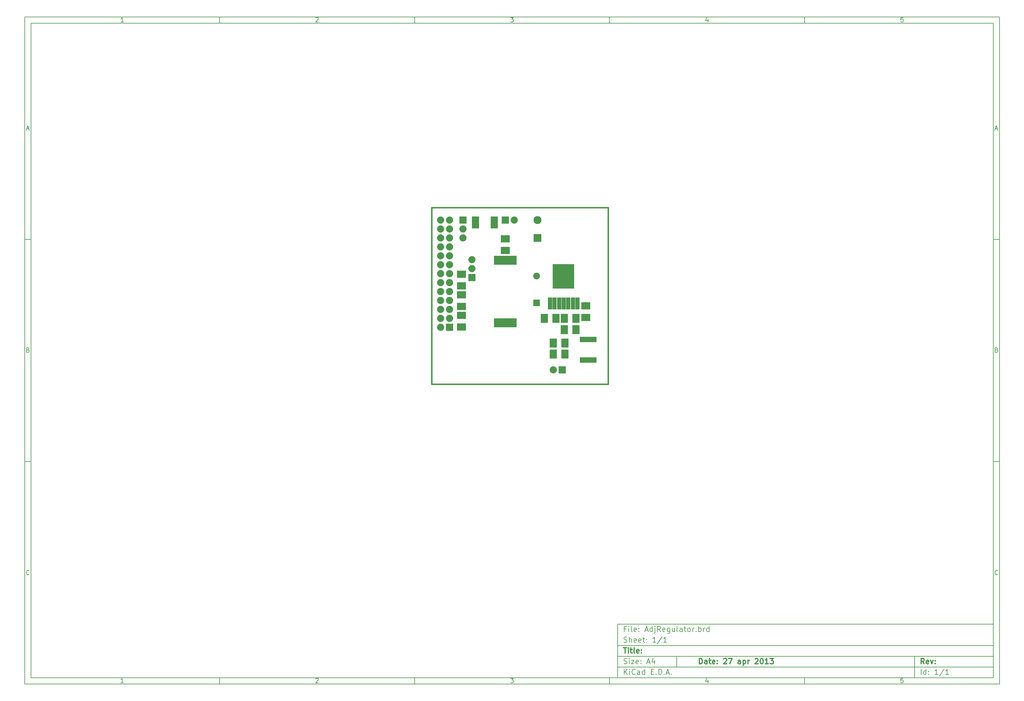
<source format=gts>
G04 (created by PCBNEW-RS274X (2012-apr-16-27)-stable) date Sat 27 Apr 2013 17:01:59 BST*
G01*
G70*
G90*
%MOIN*%
G04 Gerber Fmt 3.4, Leading zero omitted, Abs format*
%FSLAX34Y34*%
G04 APERTURE LIST*
%ADD10C,0.006000*%
%ADD11C,0.012000*%
%ADD12C,0.015000*%
%ADD13R,0.256200X0.098700*%
%ADD14R,0.049500X0.138100*%
%ADD15R,0.240500X0.272000*%
%ADD16R,0.080000X0.100000*%
%ADD17R,0.100000X0.080000*%
%ADD18R,0.080000X0.080000*%
%ADD19C,0.080000*%
%ADD20R,0.090000X0.090000*%
%ADD21C,0.090000*%
%ADD22R,0.075000X0.075000*%
%ADD23C,0.075000*%
%ADD24R,0.032000X0.059000*%
%ADD25R,0.079000X0.037700*%
G04 APERTURE END LIST*
G54D10*
X04000Y-04000D02*
X113000Y-04000D01*
X113000Y-78670D01*
X04000Y-78670D01*
X04000Y-04000D01*
X04700Y-04700D02*
X112300Y-04700D01*
X112300Y-77970D01*
X04700Y-77970D01*
X04700Y-04700D01*
X25800Y-04000D02*
X25800Y-04700D01*
X15043Y-04552D02*
X14757Y-04552D01*
X14900Y-04552D02*
X14900Y-04052D01*
X14852Y-04124D01*
X14805Y-04171D01*
X14757Y-04195D01*
X25800Y-78670D02*
X25800Y-77970D01*
X15043Y-78522D02*
X14757Y-78522D01*
X14900Y-78522D02*
X14900Y-78022D01*
X14852Y-78094D01*
X14805Y-78141D01*
X14757Y-78165D01*
X47600Y-04000D02*
X47600Y-04700D01*
X36557Y-04100D02*
X36581Y-04076D01*
X36629Y-04052D01*
X36748Y-04052D01*
X36795Y-04076D01*
X36819Y-04100D01*
X36843Y-04148D01*
X36843Y-04195D01*
X36819Y-04267D01*
X36533Y-04552D01*
X36843Y-04552D01*
X47600Y-78670D02*
X47600Y-77970D01*
X36557Y-78070D02*
X36581Y-78046D01*
X36629Y-78022D01*
X36748Y-78022D01*
X36795Y-78046D01*
X36819Y-78070D01*
X36843Y-78118D01*
X36843Y-78165D01*
X36819Y-78237D01*
X36533Y-78522D01*
X36843Y-78522D01*
X69400Y-04000D02*
X69400Y-04700D01*
X58333Y-04052D02*
X58643Y-04052D01*
X58476Y-04243D01*
X58548Y-04243D01*
X58595Y-04267D01*
X58619Y-04290D01*
X58643Y-04338D01*
X58643Y-04457D01*
X58619Y-04505D01*
X58595Y-04529D01*
X58548Y-04552D01*
X58405Y-04552D01*
X58357Y-04529D01*
X58333Y-04505D01*
X69400Y-78670D02*
X69400Y-77970D01*
X58333Y-78022D02*
X58643Y-78022D01*
X58476Y-78213D01*
X58548Y-78213D01*
X58595Y-78237D01*
X58619Y-78260D01*
X58643Y-78308D01*
X58643Y-78427D01*
X58619Y-78475D01*
X58595Y-78499D01*
X58548Y-78522D01*
X58405Y-78522D01*
X58357Y-78499D01*
X58333Y-78475D01*
X91200Y-04000D02*
X91200Y-04700D01*
X80395Y-04219D02*
X80395Y-04552D01*
X80276Y-04029D02*
X80157Y-04386D01*
X80467Y-04386D01*
X91200Y-78670D02*
X91200Y-77970D01*
X80395Y-78189D02*
X80395Y-78522D01*
X80276Y-77999D02*
X80157Y-78356D01*
X80467Y-78356D01*
X102219Y-04052D02*
X101981Y-04052D01*
X101957Y-04290D01*
X101981Y-04267D01*
X102029Y-04243D01*
X102148Y-04243D01*
X102195Y-04267D01*
X102219Y-04290D01*
X102243Y-04338D01*
X102243Y-04457D01*
X102219Y-04505D01*
X102195Y-04529D01*
X102148Y-04552D01*
X102029Y-04552D01*
X101981Y-04529D01*
X101957Y-04505D01*
X102219Y-78022D02*
X101981Y-78022D01*
X101957Y-78260D01*
X101981Y-78237D01*
X102029Y-78213D01*
X102148Y-78213D01*
X102195Y-78237D01*
X102219Y-78260D01*
X102243Y-78308D01*
X102243Y-78427D01*
X102219Y-78475D01*
X102195Y-78499D01*
X102148Y-78522D01*
X102029Y-78522D01*
X101981Y-78499D01*
X101957Y-78475D01*
X04000Y-28890D02*
X04700Y-28890D01*
X04231Y-16510D02*
X04469Y-16510D01*
X04184Y-16652D02*
X04350Y-16152D01*
X04517Y-16652D01*
X113000Y-28890D02*
X112300Y-28890D01*
X112531Y-16510D02*
X112769Y-16510D01*
X112484Y-16652D02*
X112650Y-16152D01*
X112817Y-16652D01*
X04000Y-53780D02*
X04700Y-53780D01*
X04386Y-41280D02*
X04457Y-41304D01*
X04481Y-41328D01*
X04505Y-41376D01*
X04505Y-41447D01*
X04481Y-41495D01*
X04457Y-41519D01*
X04410Y-41542D01*
X04219Y-41542D01*
X04219Y-41042D01*
X04386Y-41042D01*
X04433Y-41066D01*
X04457Y-41090D01*
X04481Y-41138D01*
X04481Y-41185D01*
X04457Y-41233D01*
X04433Y-41257D01*
X04386Y-41280D01*
X04219Y-41280D01*
X113000Y-53780D02*
X112300Y-53780D01*
X112686Y-41280D02*
X112757Y-41304D01*
X112781Y-41328D01*
X112805Y-41376D01*
X112805Y-41447D01*
X112781Y-41495D01*
X112757Y-41519D01*
X112710Y-41542D01*
X112519Y-41542D01*
X112519Y-41042D01*
X112686Y-41042D01*
X112733Y-41066D01*
X112757Y-41090D01*
X112781Y-41138D01*
X112781Y-41185D01*
X112757Y-41233D01*
X112733Y-41257D01*
X112686Y-41280D01*
X112519Y-41280D01*
X04505Y-66385D02*
X04481Y-66409D01*
X04410Y-66432D01*
X04362Y-66432D01*
X04290Y-66409D01*
X04243Y-66361D01*
X04219Y-66313D01*
X04195Y-66218D01*
X04195Y-66147D01*
X04219Y-66051D01*
X04243Y-66004D01*
X04290Y-65956D01*
X04362Y-65932D01*
X04410Y-65932D01*
X04481Y-65956D01*
X04505Y-65980D01*
X112805Y-66385D02*
X112781Y-66409D01*
X112710Y-66432D01*
X112662Y-66432D01*
X112590Y-66409D01*
X112543Y-66361D01*
X112519Y-66313D01*
X112495Y-66218D01*
X112495Y-66147D01*
X112519Y-66051D01*
X112543Y-66004D01*
X112590Y-65956D01*
X112662Y-65932D01*
X112710Y-65932D01*
X112781Y-65956D01*
X112805Y-65980D01*
G54D11*
X79443Y-76413D02*
X79443Y-75813D01*
X79586Y-75813D01*
X79671Y-75841D01*
X79729Y-75899D01*
X79757Y-75956D01*
X79786Y-76070D01*
X79786Y-76156D01*
X79757Y-76270D01*
X79729Y-76327D01*
X79671Y-76384D01*
X79586Y-76413D01*
X79443Y-76413D01*
X80300Y-76413D02*
X80300Y-76099D01*
X80271Y-76041D01*
X80214Y-76013D01*
X80100Y-76013D01*
X80043Y-76041D01*
X80300Y-76384D02*
X80243Y-76413D01*
X80100Y-76413D01*
X80043Y-76384D01*
X80014Y-76327D01*
X80014Y-76270D01*
X80043Y-76213D01*
X80100Y-76184D01*
X80243Y-76184D01*
X80300Y-76156D01*
X80500Y-76013D02*
X80729Y-76013D01*
X80586Y-75813D02*
X80586Y-76327D01*
X80614Y-76384D01*
X80672Y-76413D01*
X80729Y-76413D01*
X81157Y-76384D02*
X81100Y-76413D01*
X80986Y-76413D01*
X80929Y-76384D01*
X80900Y-76327D01*
X80900Y-76099D01*
X80929Y-76041D01*
X80986Y-76013D01*
X81100Y-76013D01*
X81157Y-76041D01*
X81186Y-76099D01*
X81186Y-76156D01*
X80900Y-76213D01*
X81443Y-76356D02*
X81471Y-76384D01*
X81443Y-76413D01*
X81414Y-76384D01*
X81443Y-76356D01*
X81443Y-76413D01*
X81443Y-76041D02*
X81471Y-76070D01*
X81443Y-76099D01*
X81414Y-76070D01*
X81443Y-76041D01*
X81443Y-76099D01*
X82157Y-75870D02*
X82186Y-75841D01*
X82243Y-75813D01*
X82386Y-75813D01*
X82443Y-75841D01*
X82472Y-75870D01*
X82500Y-75927D01*
X82500Y-75984D01*
X82472Y-76070D01*
X82129Y-76413D01*
X82500Y-76413D01*
X82700Y-75813D02*
X83100Y-75813D01*
X82843Y-76413D01*
X84042Y-76413D02*
X84042Y-76099D01*
X84013Y-76041D01*
X83956Y-76013D01*
X83842Y-76013D01*
X83785Y-76041D01*
X84042Y-76384D02*
X83985Y-76413D01*
X83842Y-76413D01*
X83785Y-76384D01*
X83756Y-76327D01*
X83756Y-76270D01*
X83785Y-76213D01*
X83842Y-76184D01*
X83985Y-76184D01*
X84042Y-76156D01*
X84328Y-76013D02*
X84328Y-76613D01*
X84328Y-76041D02*
X84385Y-76013D01*
X84499Y-76013D01*
X84556Y-76041D01*
X84585Y-76070D01*
X84614Y-76127D01*
X84614Y-76299D01*
X84585Y-76356D01*
X84556Y-76384D01*
X84499Y-76413D01*
X84385Y-76413D01*
X84328Y-76384D01*
X84871Y-76413D02*
X84871Y-76013D01*
X84871Y-76127D02*
X84899Y-76070D01*
X84928Y-76041D01*
X84985Y-76013D01*
X85042Y-76013D01*
X85670Y-75870D02*
X85699Y-75841D01*
X85756Y-75813D01*
X85899Y-75813D01*
X85956Y-75841D01*
X85985Y-75870D01*
X86013Y-75927D01*
X86013Y-75984D01*
X85985Y-76070D01*
X85642Y-76413D01*
X86013Y-76413D01*
X86384Y-75813D02*
X86441Y-75813D01*
X86498Y-75841D01*
X86527Y-75870D01*
X86556Y-75927D01*
X86584Y-76041D01*
X86584Y-76184D01*
X86556Y-76299D01*
X86527Y-76356D01*
X86498Y-76384D01*
X86441Y-76413D01*
X86384Y-76413D01*
X86327Y-76384D01*
X86298Y-76356D01*
X86270Y-76299D01*
X86241Y-76184D01*
X86241Y-76041D01*
X86270Y-75927D01*
X86298Y-75870D01*
X86327Y-75841D01*
X86384Y-75813D01*
X87155Y-76413D02*
X86812Y-76413D01*
X86984Y-76413D02*
X86984Y-75813D01*
X86927Y-75899D01*
X86869Y-75956D01*
X86812Y-75984D01*
X87355Y-75813D02*
X87726Y-75813D01*
X87526Y-76041D01*
X87612Y-76041D01*
X87669Y-76070D01*
X87698Y-76099D01*
X87726Y-76156D01*
X87726Y-76299D01*
X87698Y-76356D01*
X87669Y-76384D01*
X87612Y-76413D01*
X87440Y-76413D01*
X87383Y-76384D01*
X87355Y-76356D01*
G54D10*
X71043Y-77613D02*
X71043Y-77013D01*
X71386Y-77613D02*
X71129Y-77270D01*
X71386Y-77013D02*
X71043Y-77356D01*
X71643Y-77613D02*
X71643Y-77213D01*
X71643Y-77013D02*
X71614Y-77041D01*
X71643Y-77070D01*
X71671Y-77041D01*
X71643Y-77013D01*
X71643Y-77070D01*
X72272Y-77556D02*
X72243Y-77584D01*
X72157Y-77613D01*
X72100Y-77613D01*
X72015Y-77584D01*
X71957Y-77527D01*
X71929Y-77470D01*
X71900Y-77356D01*
X71900Y-77270D01*
X71929Y-77156D01*
X71957Y-77099D01*
X72015Y-77041D01*
X72100Y-77013D01*
X72157Y-77013D01*
X72243Y-77041D01*
X72272Y-77070D01*
X72786Y-77613D02*
X72786Y-77299D01*
X72757Y-77241D01*
X72700Y-77213D01*
X72586Y-77213D01*
X72529Y-77241D01*
X72786Y-77584D02*
X72729Y-77613D01*
X72586Y-77613D01*
X72529Y-77584D01*
X72500Y-77527D01*
X72500Y-77470D01*
X72529Y-77413D01*
X72586Y-77384D01*
X72729Y-77384D01*
X72786Y-77356D01*
X73329Y-77613D02*
X73329Y-77013D01*
X73329Y-77584D02*
X73272Y-77613D01*
X73158Y-77613D01*
X73100Y-77584D01*
X73072Y-77556D01*
X73043Y-77499D01*
X73043Y-77327D01*
X73072Y-77270D01*
X73100Y-77241D01*
X73158Y-77213D01*
X73272Y-77213D01*
X73329Y-77241D01*
X74072Y-77299D02*
X74272Y-77299D01*
X74358Y-77613D02*
X74072Y-77613D01*
X74072Y-77013D01*
X74358Y-77013D01*
X74615Y-77556D02*
X74643Y-77584D01*
X74615Y-77613D01*
X74586Y-77584D01*
X74615Y-77556D01*
X74615Y-77613D01*
X74901Y-77613D02*
X74901Y-77013D01*
X75044Y-77013D01*
X75129Y-77041D01*
X75187Y-77099D01*
X75215Y-77156D01*
X75244Y-77270D01*
X75244Y-77356D01*
X75215Y-77470D01*
X75187Y-77527D01*
X75129Y-77584D01*
X75044Y-77613D01*
X74901Y-77613D01*
X75501Y-77556D02*
X75529Y-77584D01*
X75501Y-77613D01*
X75472Y-77584D01*
X75501Y-77556D01*
X75501Y-77613D01*
X75758Y-77441D02*
X76044Y-77441D01*
X75701Y-77613D02*
X75901Y-77013D01*
X76101Y-77613D01*
X76301Y-77556D02*
X76329Y-77584D01*
X76301Y-77613D01*
X76272Y-77584D01*
X76301Y-77556D01*
X76301Y-77613D01*
G54D11*
X104586Y-76413D02*
X104386Y-76127D01*
X104243Y-76413D02*
X104243Y-75813D01*
X104471Y-75813D01*
X104529Y-75841D01*
X104557Y-75870D01*
X104586Y-75927D01*
X104586Y-76013D01*
X104557Y-76070D01*
X104529Y-76099D01*
X104471Y-76127D01*
X104243Y-76127D01*
X105071Y-76384D02*
X105014Y-76413D01*
X104900Y-76413D01*
X104843Y-76384D01*
X104814Y-76327D01*
X104814Y-76099D01*
X104843Y-76041D01*
X104900Y-76013D01*
X105014Y-76013D01*
X105071Y-76041D01*
X105100Y-76099D01*
X105100Y-76156D01*
X104814Y-76213D01*
X105300Y-76013D02*
X105443Y-76413D01*
X105585Y-76013D01*
X105814Y-76356D02*
X105842Y-76384D01*
X105814Y-76413D01*
X105785Y-76384D01*
X105814Y-76356D01*
X105814Y-76413D01*
X105814Y-76041D02*
X105842Y-76070D01*
X105814Y-76099D01*
X105785Y-76070D01*
X105814Y-76041D01*
X105814Y-76099D01*
G54D10*
X71014Y-76384D02*
X71100Y-76413D01*
X71243Y-76413D01*
X71300Y-76384D01*
X71329Y-76356D01*
X71357Y-76299D01*
X71357Y-76241D01*
X71329Y-76184D01*
X71300Y-76156D01*
X71243Y-76127D01*
X71129Y-76099D01*
X71071Y-76070D01*
X71043Y-76041D01*
X71014Y-75984D01*
X71014Y-75927D01*
X71043Y-75870D01*
X71071Y-75841D01*
X71129Y-75813D01*
X71271Y-75813D01*
X71357Y-75841D01*
X71614Y-76413D02*
X71614Y-76013D01*
X71614Y-75813D02*
X71585Y-75841D01*
X71614Y-75870D01*
X71642Y-75841D01*
X71614Y-75813D01*
X71614Y-75870D01*
X71843Y-76013D02*
X72157Y-76013D01*
X71843Y-76413D01*
X72157Y-76413D01*
X72614Y-76384D02*
X72557Y-76413D01*
X72443Y-76413D01*
X72386Y-76384D01*
X72357Y-76327D01*
X72357Y-76099D01*
X72386Y-76041D01*
X72443Y-76013D01*
X72557Y-76013D01*
X72614Y-76041D01*
X72643Y-76099D01*
X72643Y-76156D01*
X72357Y-76213D01*
X72900Y-76356D02*
X72928Y-76384D01*
X72900Y-76413D01*
X72871Y-76384D01*
X72900Y-76356D01*
X72900Y-76413D01*
X72900Y-76041D02*
X72928Y-76070D01*
X72900Y-76099D01*
X72871Y-76070D01*
X72900Y-76041D01*
X72900Y-76099D01*
X73614Y-76241D02*
X73900Y-76241D01*
X73557Y-76413D02*
X73757Y-75813D01*
X73957Y-76413D01*
X74414Y-76013D02*
X74414Y-76413D01*
X74271Y-75784D02*
X74128Y-76213D01*
X74500Y-76213D01*
X104243Y-77613D02*
X104243Y-77013D01*
X104786Y-77613D02*
X104786Y-77013D01*
X104786Y-77584D02*
X104729Y-77613D01*
X104615Y-77613D01*
X104557Y-77584D01*
X104529Y-77556D01*
X104500Y-77499D01*
X104500Y-77327D01*
X104529Y-77270D01*
X104557Y-77241D01*
X104615Y-77213D01*
X104729Y-77213D01*
X104786Y-77241D01*
X105072Y-77556D02*
X105100Y-77584D01*
X105072Y-77613D01*
X105043Y-77584D01*
X105072Y-77556D01*
X105072Y-77613D01*
X105072Y-77241D02*
X105100Y-77270D01*
X105072Y-77299D01*
X105043Y-77270D01*
X105072Y-77241D01*
X105072Y-77299D01*
X106129Y-77613D02*
X105786Y-77613D01*
X105958Y-77613D02*
X105958Y-77013D01*
X105901Y-77099D01*
X105843Y-77156D01*
X105786Y-77184D01*
X106814Y-76984D02*
X106300Y-77756D01*
X107329Y-77613D02*
X106986Y-77613D01*
X107158Y-77613D02*
X107158Y-77013D01*
X107101Y-77099D01*
X107043Y-77156D01*
X106986Y-77184D01*
G54D11*
X70957Y-74613D02*
X71300Y-74613D01*
X71129Y-75213D02*
X71129Y-74613D01*
X71500Y-75213D02*
X71500Y-74813D01*
X71500Y-74613D02*
X71471Y-74641D01*
X71500Y-74670D01*
X71528Y-74641D01*
X71500Y-74613D01*
X71500Y-74670D01*
X71700Y-74813D02*
X71929Y-74813D01*
X71786Y-74613D02*
X71786Y-75127D01*
X71814Y-75184D01*
X71872Y-75213D01*
X71929Y-75213D01*
X72215Y-75213D02*
X72157Y-75184D01*
X72129Y-75127D01*
X72129Y-74613D01*
X72671Y-75184D02*
X72614Y-75213D01*
X72500Y-75213D01*
X72443Y-75184D01*
X72414Y-75127D01*
X72414Y-74899D01*
X72443Y-74841D01*
X72500Y-74813D01*
X72614Y-74813D01*
X72671Y-74841D01*
X72700Y-74899D01*
X72700Y-74956D01*
X72414Y-75013D01*
X72957Y-75156D02*
X72985Y-75184D01*
X72957Y-75213D01*
X72928Y-75184D01*
X72957Y-75156D01*
X72957Y-75213D01*
X72957Y-74841D02*
X72985Y-74870D01*
X72957Y-74899D01*
X72928Y-74870D01*
X72957Y-74841D01*
X72957Y-74899D01*
G54D10*
X71243Y-72499D02*
X71043Y-72499D01*
X71043Y-72813D02*
X71043Y-72213D01*
X71329Y-72213D01*
X71557Y-72813D02*
X71557Y-72413D01*
X71557Y-72213D02*
X71528Y-72241D01*
X71557Y-72270D01*
X71585Y-72241D01*
X71557Y-72213D01*
X71557Y-72270D01*
X71929Y-72813D02*
X71871Y-72784D01*
X71843Y-72727D01*
X71843Y-72213D01*
X72385Y-72784D02*
X72328Y-72813D01*
X72214Y-72813D01*
X72157Y-72784D01*
X72128Y-72727D01*
X72128Y-72499D01*
X72157Y-72441D01*
X72214Y-72413D01*
X72328Y-72413D01*
X72385Y-72441D01*
X72414Y-72499D01*
X72414Y-72556D01*
X72128Y-72613D01*
X72671Y-72756D02*
X72699Y-72784D01*
X72671Y-72813D01*
X72642Y-72784D01*
X72671Y-72756D01*
X72671Y-72813D01*
X72671Y-72441D02*
X72699Y-72470D01*
X72671Y-72499D01*
X72642Y-72470D01*
X72671Y-72441D01*
X72671Y-72499D01*
X73385Y-72641D02*
X73671Y-72641D01*
X73328Y-72813D02*
X73528Y-72213D01*
X73728Y-72813D01*
X74185Y-72813D02*
X74185Y-72213D01*
X74185Y-72784D02*
X74128Y-72813D01*
X74014Y-72813D01*
X73956Y-72784D01*
X73928Y-72756D01*
X73899Y-72699D01*
X73899Y-72527D01*
X73928Y-72470D01*
X73956Y-72441D01*
X74014Y-72413D01*
X74128Y-72413D01*
X74185Y-72441D01*
X74471Y-72413D02*
X74471Y-72927D01*
X74442Y-72984D01*
X74385Y-73013D01*
X74357Y-73013D01*
X74471Y-72213D02*
X74442Y-72241D01*
X74471Y-72270D01*
X74499Y-72241D01*
X74471Y-72213D01*
X74471Y-72270D01*
X75100Y-72813D02*
X74900Y-72527D01*
X74757Y-72813D02*
X74757Y-72213D01*
X74985Y-72213D01*
X75043Y-72241D01*
X75071Y-72270D01*
X75100Y-72327D01*
X75100Y-72413D01*
X75071Y-72470D01*
X75043Y-72499D01*
X74985Y-72527D01*
X74757Y-72527D01*
X75585Y-72784D02*
X75528Y-72813D01*
X75414Y-72813D01*
X75357Y-72784D01*
X75328Y-72727D01*
X75328Y-72499D01*
X75357Y-72441D01*
X75414Y-72413D01*
X75528Y-72413D01*
X75585Y-72441D01*
X75614Y-72499D01*
X75614Y-72556D01*
X75328Y-72613D01*
X76128Y-72413D02*
X76128Y-72899D01*
X76099Y-72956D01*
X76071Y-72984D01*
X76014Y-73013D01*
X75928Y-73013D01*
X75871Y-72984D01*
X76128Y-72784D02*
X76071Y-72813D01*
X75957Y-72813D01*
X75899Y-72784D01*
X75871Y-72756D01*
X75842Y-72699D01*
X75842Y-72527D01*
X75871Y-72470D01*
X75899Y-72441D01*
X75957Y-72413D01*
X76071Y-72413D01*
X76128Y-72441D01*
X76671Y-72413D02*
X76671Y-72813D01*
X76414Y-72413D02*
X76414Y-72727D01*
X76442Y-72784D01*
X76500Y-72813D01*
X76585Y-72813D01*
X76642Y-72784D01*
X76671Y-72756D01*
X77043Y-72813D02*
X76985Y-72784D01*
X76957Y-72727D01*
X76957Y-72213D01*
X77528Y-72813D02*
X77528Y-72499D01*
X77499Y-72441D01*
X77442Y-72413D01*
X77328Y-72413D01*
X77271Y-72441D01*
X77528Y-72784D02*
X77471Y-72813D01*
X77328Y-72813D01*
X77271Y-72784D01*
X77242Y-72727D01*
X77242Y-72670D01*
X77271Y-72613D01*
X77328Y-72584D01*
X77471Y-72584D01*
X77528Y-72556D01*
X77728Y-72413D02*
X77957Y-72413D01*
X77814Y-72213D02*
X77814Y-72727D01*
X77842Y-72784D01*
X77900Y-72813D01*
X77957Y-72813D01*
X78243Y-72813D02*
X78185Y-72784D01*
X78157Y-72756D01*
X78128Y-72699D01*
X78128Y-72527D01*
X78157Y-72470D01*
X78185Y-72441D01*
X78243Y-72413D01*
X78328Y-72413D01*
X78385Y-72441D01*
X78414Y-72470D01*
X78443Y-72527D01*
X78443Y-72699D01*
X78414Y-72756D01*
X78385Y-72784D01*
X78328Y-72813D01*
X78243Y-72813D01*
X78700Y-72813D02*
X78700Y-72413D01*
X78700Y-72527D02*
X78728Y-72470D01*
X78757Y-72441D01*
X78814Y-72413D01*
X78871Y-72413D01*
X79071Y-72756D02*
X79099Y-72784D01*
X79071Y-72813D01*
X79042Y-72784D01*
X79071Y-72756D01*
X79071Y-72813D01*
X79357Y-72813D02*
X79357Y-72213D01*
X79357Y-72441D02*
X79414Y-72413D01*
X79528Y-72413D01*
X79585Y-72441D01*
X79614Y-72470D01*
X79643Y-72527D01*
X79643Y-72699D01*
X79614Y-72756D01*
X79585Y-72784D01*
X79528Y-72813D01*
X79414Y-72813D01*
X79357Y-72784D01*
X79900Y-72813D02*
X79900Y-72413D01*
X79900Y-72527D02*
X79928Y-72470D01*
X79957Y-72441D01*
X80014Y-72413D01*
X80071Y-72413D01*
X80528Y-72813D02*
X80528Y-72213D01*
X80528Y-72784D02*
X80471Y-72813D01*
X80357Y-72813D01*
X80299Y-72784D01*
X80271Y-72756D01*
X80242Y-72699D01*
X80242Y-72527D01*
X80271Y-72470D01*
X80299Y-72441D01*
X80357Y-72413D01*
X80471Y-72413D01*
X80528Y-72441D01*
X71014Y-73984D02*
X71100Y-74013D01*
X71243Y-74013D01*
X71300Y-73984D01*
X71329Y-73956D01*
X71357Y-73899D01*
X71357Y-73841D01*
X71329Y-73784D01*
X71300Y-73756D01*
X71243Y-73727D01*
X71129Y-73699D01*
X71071Y-73670D01*
X71043Y-73641D01*
X71014Y-73584D01*
X71014Y-73527D01*
X71043Y-73470D01*
X71071Y-73441D01*
X71129Y-73413D01*
X71271Y-73413D01*
X71357Y-73441D01*
X71614Y-74013D02*
X71614Y-73413D01*
X71871Y-74013D02*
X71871Y-73699D01*
X71842Y-73641D01*
X71785Y-73613D01*
X71700Y-73613D01*
X71642Y-73641D01*
X71614Y-73670D01*
X72385Y-73984D02*
X72328Y-74013D01*
X72214Y-74013D01*
X72157Y-73984D01*
X72128Y-73927D01*
X72128Y-73699D01*
X72157Y-73641D01*
X72214Y-73613D01*
X72328Y-73613D01*
X72385Y-73641D01*
X72414Y-73699D01*
X72414Y-73756D01*
X72128Y-73813D01*
X72899Y-73984D02*
X72842Y-74013D01*
X72728Y-74013D01*
X72671Y-73984D01*
X72642Y-73927D01*
X72642Y-73699D01*
X72671Y-73641D01*
X72728Y-73613D01*
X72842Y-73613D01*
X72899Y-73641D01*
X72928Y-73699D01*
X72928Y-73756D01*
X72642Y-73813D01*
X73099Y-73613D02*
X73328Y-73613D01*
X73185Y-73413D02*
X73185Y-73927D01*
X73213Y-73984D01*
X73271Y-74013D01*
X73328Y-74013D01*
X73528Y-73956D02*
X73556Y-73984D01*
X73528Y-74013D01*
X73499Y-73984D01*
X73528Y-73956D01*
X73528Y-74013D01*
X73528Y-73641D02*
X73556Y-73670D01*
X73528Y-73699D01*
X73499Y-73670D01*
X73528Y-73641D01*
X73528Y-73699D01*
X74585Y-74013D02*
X74242Y-74013D01*
X74414Y-74013D02*
X74414Y-73413D01*
X74357Y-73499D01*
X74299Y-73556D01*
X74242Y-73584D01*
X75270Y-73384D02*
X74756Y-74156D01*
X75785Y-74013D02*
X75442Y-74013D01*
X75614Y-74013D02*
X75614Y-73413D01*
X75557Y-73499D01*
X75499Y-73556D01*
X75442Y-73584D01*
X70300Y-71970D02*
X70300Y-77970D01*
X70300Y-71970D02*
X112300Y-71970D01*
X70300Y-71970D02*
X112300Y-71970D01*
X70300Y-74370D02*
X112300Y-74370D01*
X103500Y-75570D02*
X103500Y-77970D01*
X70300Y-76770D02*
X112300Y-76770D01*
X70300Y-75570D02*
X112300Y-75570D01*
X76900Y-75570D02*
X76900Y-76770D01*
G54D12*
X49500Y-25350D02*
X69250Y-25350D01*
X69250Y-45100D02*
X69250Y-25350D01*
X49500Y-45100D02*
X49500Y-25415D01*
X49500Y-45100D02*
X69185Y-45100D01*
G54D13*
X57750Y-38250D03*
X57750Y-31250D03*
G54D14*
X65807Y-36081D03*
X64783Y-36081D03*
X65295Y-36081D03*
X63760Y-36081D03*
X64272Y-36081D03*
X63248Y-36081D03*
X62736Y-36081D03*
G54D15*
X64232Y-33049D03*
G54D16*
X63100Y-41750D03*
X64400Y-41750D03*
X63100Y-40500D03*
X64400Y-40500D03*
X65650Y-37750D03*
X64350Y-37750D03*
G54D17*
X52840Y-32790D03*
X52840Y-34090D03*
G54D16*
X64350Y-39000D03*
X65650Y-39000D03*
G54D17*
X52840Y-38690D03*
X52840Y-37390D03*
G54D16*
X63400Y-37750D03*
X62100Y-37750D03*
G54D17*
X52840Y-35090D03*
X52840Y-36390D03*
G54D18*
X51500Y-38750D03*
G54D19*
X50500Y-38750D03*
X51500Y-37750D03*
X50500Y-37750D03*
X51500Y-36750D03*
X50500Y-36750D03*
X51500Y-35750D03*
X50500Y-35750D03*
X51500Y-34750D03*
X50500Y-34750D03*
X51500Y-33750D03*
X50500Y-33750D03*
X51500Y-32750D03*
X50500Y-32750D03*
X51500Y-31750D03*
X50500Y-31750D03*
X51500Y-30750D03*
X50500Y-30750D03*
X51500Y-29750D03*
X50500Y-29750D03*
X51500Y-28750D03*
X50500Y-28750D03*
X51500Y-27750D03*
X50500Y-27750D03*
X51500Y-26750D03*
X50500Y-26750D03*
G54D20*
X61350Y-28750D03*
G54D21*
X61350Y-26750D03*
G54D22*
X61250Y-36000D03*
G54D23*
X61250Y-33000D03*
G54D17*
X57750Y-30150D03*
X57750Y-28850D03*
X66750Y-36350D03*
X66750Y-37650D03*
G54D24*
X66233Y-42398D03*
X66489Y-42398D03*
X66745Y-42398D03*
X67000Y-42398D03*
X67255Y-42398D03*
X67511Y-42398D03*
X67767Y-42398D03*
X67767Y-40102D03*
X67511Y-40102D03*
X67255Y-40102D03*
X67000Y-40102D03*
X66745Y-40102D03*
X66489Y-40102D03*
X66233Y-40102D03*
G54D18*
X57750Y-26750D03*
G54D19*
X58750Y-26750D03*
G54D18*
X64100Y-43500D03*
G54D19*
X63100Y-43500D03*
G54D18*
X54020Y-33180D03*
G54D19*
X54020Y-32180D03*
X54020Y-31180D03*
G54D18*
X53000Y-26750D03*
G54D19*
X53000Y-27750D03*
X53000Y-28750D03*
G54D25*
X56519Y-27515D03*
X56519Y-27265D03*
X56519Y-27015D03*
X56519Y-26765D03*
X56519Y-26515D03*
X54401Y-26515D03*
X54401Y-26765D03*
X54401Y-27015D03*
X54401Y-27265D03*
X54401Y-27515D03*
M02*

</source>
